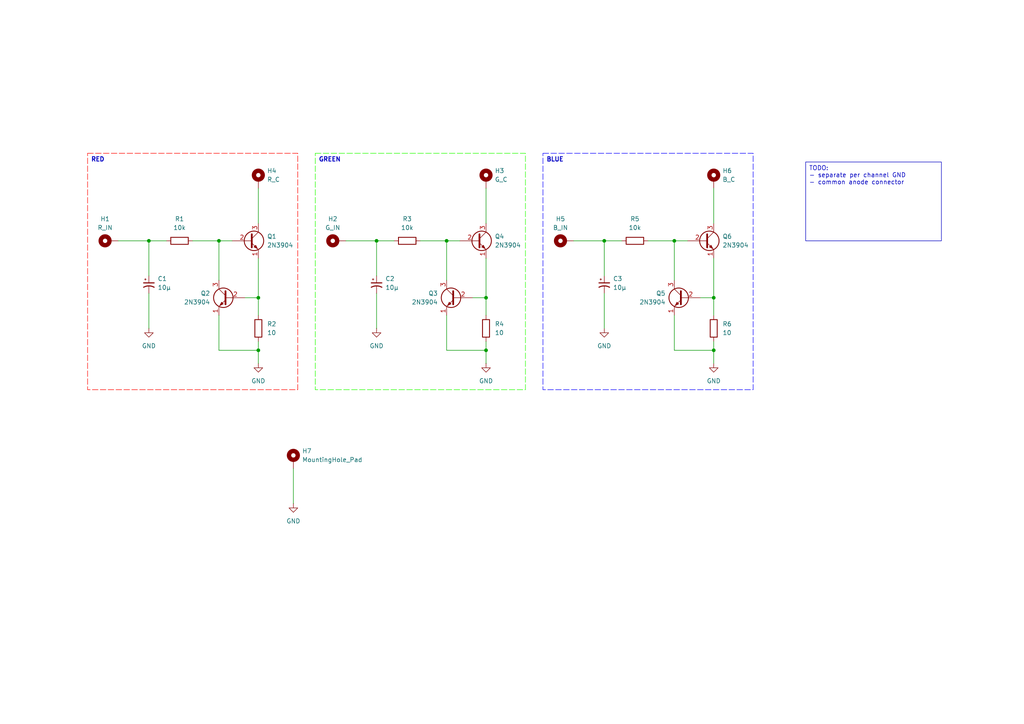
<source format=kicad_sch>
(kicad_sch (version 20231120) (generator "eeschema") (generator_version "8.0")
  (paper "A4")
  (lib_symbols
    (symbol "Device:C_Polarized_Small_US" (pin_numbers hide) (pin_names (offset 0.254) hide)
      (property "Reference" "C" (at 0.254 1.778 0))
      (property "Value" "C_Polarized_Small_US" (at 0.254 -2.032 0))
      (symbol "C_Polarized_Small_US_0_1"
        (polyline (pts (xy -1.524 0.508) (xy 1.524 0.508)) (stroke (width 0.3048)))
        (polyline (pts (xy -1.27 1.524) (xy -0.762 1.524)))
        (polyline (pts (xy -1.016 1.27) (xy -1.016 1.778)))
        (arc (start 1.524 -0.762) (mid 0 -0.3734) (end -1.524 -0.762) (stroke (width 0.3048)))
      )
      (symbol "C_Polarized_Small_US_1_1"
        (pin passive line (at 0 2.54 270) (length 2.032) (name "~") (number "1"))
        (pin passive line (at 0 -2.54 90) (length 2.032) (name "~") (number "2"))
      )
    )
    (symbol "Device:R" (pin_numbers hide) (pin_names (offset 0))
      (property "Reference" "R" (at 2.032 0 90))
      (property "Value" "R" (at 0 0 90))
      (symbol "R_0_1"
        (rectangle (start -1.016 -2.54) (end 1.016 2.54) (stroke (width 0.254)))
      )
      (symbol "R_1_1"
        (pin passive line (at 0 3.81 270) (length 1.27) (name "~") (number "1"))
        (pin passive line (at 0 -3.81 90) (length 1.27) (name "~") (number "2"))
      )
    )
    (symbol "Mechanical:MountingHole_Pad" (pin_numbers hide) (pin_names (offset 1.016) hide) (exclude_from_sim yes) (in_bom no)
      (property "Reference" "H" (at 0 6.35 0))
      (property "Value" "MountingHole_Pad" (at 0 4.445 0))
      (symbol "MountingHole_Pad_0_1"
        (circle (center 0 1.27) (radius 1.27) (stroke (width 1.27)))
      )
      (symbol "MountingHole_Pad_1_1"
        (pin input line (at 0 -2.54 90) (length 2.54) (name "1") (number "1"))
      )
    )
    (symbol "Transistor_BJT:2N3904" (pin_names (offset 0) hide)
      (property "Reference" "Q" (at 5.08 1.905 0))
      (property "Value" "2N3904" (at 5.08 0 0))
      (symbol "2N3904_0_1"
        (polyline (pts (xy 0.635 0.635) (xy 2.54 2.54)))
        (polyline (pts (xy 0.635 -0.635) (xy 2.54 -2.54) (xy 2.54 -2.54)))
        (polyline (pts (xy 0.635 1.905) (xy 0.635 -1.905) (xy 0.635 -1.905)) (stroke (width 0.508)))
        (polyline (pts (xy 1.27 -1.778) (xy 1.778 -1.27) (xy 2.286 -2.286) (xy 1.27 -1.778) (xy 1.27 -1.778)) (fill (type outline)))
        (circle (center 1.27 0) (radius 2.8194) (stroke (width 0.254)))
      )
      (symbol "2N3904_1_1"
        (pin passive line (at 2.54 -5.08 90) (length 2.54) (name "E") (number "1"))
        (pin passive line (at -5.08 0 0) (length 5.715) (name "B") (number "2"))
        (pin passive line (at 2.54 5.08 270) (length 2.54) (name "C") (number "3"))
      )
    )
    (symbol "power:GND" (power) (pin_numbers hide) (pin_names (offset 0) hide)
      (property "Value" "GND" (at 0 -3.81 0))
      (symbol "GND_0_1"
        (polyline (pts (xy 0 0) (xy 0 -1.27) (xy 1.27 -1.27) (xy 0 -2.54) (xy -1.27 -1.27) (xy 0 -1.27)))
      )
      (symbol "GND_1_1"
        (pin power_in line (at 0 0 270) (length 0) (name "~") (number "1"))
      )
    )
  )
  (junction (at 129.54 69.85))
  (junction (at 63.5 69.85))
  (junction (at 140.97 86.36))
  (junction (at 109.22 69.85))
  (junction (at 43.18 69.85))
  (junction (at 74.93 86.36))
  (junction (at 175.26 69.85))
  (junction (at 207.01 101.6))
  (junction (at 207.01 86.36))
  (junction (at 195.58 69.85))
  (junction (at 74.93 101.6))
  (junction (at 140.97 101.6))
  (wire (pts (xy 67.31 69.85) (xy 63.5 69.85)))
  (wire (pts (xy 100.33 69.85) (xy 109.22 69.85)))
  (wire (pts (xy 109.22 85.09) (xy 109.22 95.25)))
  (wire (pts (xy 133.35 69.85) (xy 129.54 69.85)))
  (wire (pts (xy 43.18 69.85) (xy 48.26 69.85)))
  (wire (pts (xy 63.5 69.85) (xy 63.5 81.28)))
  (wire (pts (xy 207.01 86.36) (xy 207.01 91.44)))
  (wire (pts (xy 207.01 54.61) (xy 207.01 64.77)))
  (wire (pts (xy 74.93 74.93) (xy 74.93 86.36)))
  (wire (pts (xy 43.18 69.85) (xy 43.18 80.01)))
  (wire (pts (xy 109.22 69.85) (xy 109.22 80.01)))
  (wire (pts (xy 34.29 69.85) (xy 43.18 69.85)))
  (wire (pts (xy 63.5 101.6) (xy 74.93 101.6)))
  (wire (pts (xy 175.26 85.09) (xy 175.26 95.25)))
  (wire (pts (xy 140.97 54.61) (xy 140.97 64.77)))
  (wire (pts (xy 203.2 86.36) (xy 207.01 86.36)))
  (wire (pts (xy 175.26 69.85) (xy 175.26 80.01)))
  (wire (pts (xy 74.93 86.36) (xy 74.93 91.44)))
  (wire (pts (xy 129.54 101.6) (xy 140.97 101.6)))
  (wire (pts (xy 140.97 86.36) (xy 140.97 91.44)))
  (wire (pts (xy 175.26 69.85) (xy 180.34 69.85)))
  (wire (pts (xy 129.54 69.85) (xy 129.54 81.28)))
  (wire (pts (xy 109.22 69.85) (xy 114.3 69.85)))
  (wire (pts (xy 55.88 69.85) (xy 63.5 69.85)))
  (wire (pts (xy 129.54 91.44) (xy 129.54 101.6)))
  (wire (pts (xy 140.97 101.6) (xy 140.97 105.41)))
  (wire (pts (xy 74.93 99.06) (xy 74.93 101.6)))
  (wire (pts (xy 207.01 74.93) (xy 207.01 86.36)))
  (wire (pts (xy 74.93 54.61) (xy 74.93 64.77)))
  (wire (pts (xy 195.58 69.85) (xy 195.58 81.28)))
  (wire (pts (xy 199.39 69.85) (xy 195.58 69.85)))
  (wire (pts (xy 140.97 99.06) (xy 140.97 101.6)))
  (wire (pts (xy 207.01 101.6) (xy 207.01 105.41)))
  (wire (pts (xy 140.97 74.93) (xy 140.97 86.36)))
  (wire (pts (xy 195.58 101.6) (xy 207.01 101.6)))
  (wire (pts (xy 63.5 91.44) (xy 63.5 101.6)))
  (wire (pts (xy 166.37 69.85) (xy 175.26 69.85)))
  (wire (pts (xy 71.12 86.36) (xy 74.93 86.36)))
  (wire (pts (xy 121.92 69.85) (xy 129.54 69.85)))
  (wire (pts (xy 43.18 85.09) (xy 43.18 95.25)))
  (wire (pts (xy 74.93 101.6) (xy 74.93 105.41)))
  (wire (pts (xy 207.01 99.06) (xy 207.01 101.6)))
  (wire (pts (xy 187.96 69.85) (xy 195.58 69.85)))
  (wire (pts (xy 85.09 135.89) (xy 85.09 146.05)))
  (wire (pts (xy 137.16 86.36) (xy 140.97 86.36)))
  (wire (pts (xy 195.58 91.44) (xy 195.58 101.6)))
  (text_box "TODO: \n- separate per channel GND\n- common anode connector\n" (at 233.68 46.99 0) (size 39.37 22.86) (effects (font (size 1.27 1.27)) (justify left top)))
  (text_box "GREEN" (at 91.44 44.45 0) (size 60.96 68.58) (stroke (width 0) (type dash) (color 35 255 0 1)) (effects (font (size 1.27 1.27) (bold yes)) (justify left top)))
  (text_box "BLUE" (at 157.48 44.45 0) (size 60.96 68.58) (stroke (width 0) (type dash) (color 8 0 255 1)) (effects (font (size 1.27 1.27) (bold yes)) (justify left top)))
  (text_box "RED" (at 25.4 44.45 0) (size 60.96 68.58) (stroke (width 0) (type dash) (color 255 6 0 1)) (effects (font (size 1.27 1.27) (bold yes)) (justify left top)))
  (symbol (lib_id "Mechanical:MountingHole_Pad") (at 140.97 52.07 0) (unit 1) (exclude_from_sim yes) (in_bom no)
    (property "Reference" "H3" (at 143.51 49.5299 0) (effects (justify left)))
    (property "Value" "G_C" (at 143.51 52.0699 0) (effects (justify left)))
    (property "Footprint" "MountingHole:MountingHole_2.7mm_Pad" (effects (hide yes)))
    (property "Description" "Mounting Hole with connection" (effects (hide yes)))
  )
  (symbol (lib_id "Mechanical:MountingHole_Pad") (at 31.75 69.85 90) (unit 1) (exclude_from_sim yes) (in_bom no)
    (property "Reference" "H1" (at 30.48 63.5 90))
    (property "Value" "R_IN" (at 30.48 66.04 90))
    (property "Footprint" "MountingHole:MountingHole_2.7mm_Pad" (effects (hide yes)))
    (property "Description" "Mounting Hole with connection" (effects (hide yes)))
  )
  (symbol (lib_id "Mechanical:MountingHole_Pad") (at 74.93 52.07 0) (unit 1) (exclude_from_sim yes) (in_bom no)
    (property "Reference" "H4" (at 77.47 49.5299 0) (effects (justify left)))
    (property "Value" "R_C" (at 77.47 52.0699 0) (effects (justify left)))
    (property "Footprint" "MountingHole:MountingHole_2.7mm_Pad" (effects (hide yes)))
    (property "Description" "Mounting Hole with connection" (effects (hide yes)))
  )
  (symbol (lib_id "Transistor_BJT:2N3904") (at 204.47 69.85 0) (unit 1)
    (property "Reference" "Q6" (at 209.55 68.5799 0) (effects (justify left)))
    (property "Value" "2N3904" (at 209.55 71.1199 0) (effects (justify left)))
    (property "Footprint" "Package_TO_SOT_THT:TO-92_Inline_Wide" (effects (hide yes)))
    (property "Datasheet" "https://www.onsemi.com/pub/Collateral/2N3903-D.PDF" (effects (hide yes)))
    (property "Description" "0.2A Ic, 40V Vce, Small Signal NPN Transistor, TO-92" (effects (hide yes)))
  )
  (symbol (lib_id "Device:R") (at 207.01 95.25 180) (unit 1)
    (property "Reference" "R6" (at 209.55 93.9799 0) (effects (justify right)))
    (property "Value" "10" (at 209.55 96.5199 0) (effects (justify right)))
    (property "Footprint" "Resistor_THT:R_Axial_DIN0204_L3.6mm_D1.6mm_P7.62mm_Horizontal" (effects (hide yes)))
    (property "Description" "Resistor" (effects (hide yes)))
  )
  (symbol (lib_id "Transistor_BJT:2N3904") (at 198.12 86.36 0) (mirror y) (unit 1)
    (property "Reference" "Q5" (at 193.04 85.0899 0) (effects (justify left)))
    (property "Value" "2N3904" (at 193.04 87.6299 0) (effects (justify left)))
    (property "Footprint" "Package_TO_SOT_THT:TO-92_Inline_Wide" (effects (hide yes)))
    (property "Datasheet" "https://www.onsemi.com/pub/Collateral/2N3903-D.PDF" (effects (hide yes)))
    (property "Description" "0.2A Ic, 40V Vce, Small Signal NPN Transistor, TO-92" (effects (hide yes)))
  )
  (symbol (lib_id "power:GND") (at 140.97 105.41 0) (unit 1)
    (property "Reference" "#PWR03" (effects (hide yes)))
    (property "Value" "GND" (at 140.97 110.49 0))
    (property "Description" "Power symbol creates a global label with name \"GND\" , ground" (effects (hide yes)))
  )
  (symbol (lib_id "Device:C_Polarized_Small_US") (at 175.26 82.55 0) (unit 1)
    (property "Reference" "C3" (at 177.8 80.8481 0) (effects (justify left)))
    (property "Value" "10µ" (at 177.8 83.3881 0) (effects (justify left)))
    (property "Footprint" "Capacitor_THT:CP_Radial_D5.0mm_P2.50mm" (effects (hide yes)))
    (property "Description" "Polarized capacitor, small US symbol" (effects (hide yes)))
  )
  (symbol (lib_id "power:GND") (at 207.01 105.41 0) (unit 1)
    (property "Reference" "#PWR06" (effects (hide yes)))
    (property "Value" "GND" (at 207.01 110.49 0))
    (property "Description" "Power symbol creates a global label with name \"GND\" , ground" (effects (hide yes)))
  )
  (symbol (lib_id "Mechanical:MountingHole_Pad") (at 97.79 69.85 90) (unit 1) (exclude_from_sim yes) (in_bom no)
    (property "Reference" "H2" (at 96.52 63.5 90))
    (property "Value" "G_IN" (at 96.52 66.04 90))
    (property "Footprint" "MountingHole:MountingHole_2.7mm_Pad" (effects (hide yes)))
    (property "Description" "Mounting Hole with connection" (effects (hide yes)))
  )
  (symbol (lib_id "Mechanical:MountingHole_Pad") (at 85.09 133.35 0) (unit 1) (exclude_from_sim yes) (in_bom no)
    (property "Reference" "H7" (at 87.63 130.8099 0) (effects (justify left)))
    (property "Value" "MountingHole_Pad" (at 87.63 133.3499 0) (effects (justify left)))
    (property "Footprint" "MountingHole:MountingHole_2.7mm_Pad" (effects (hide yes)))
    (property "Description" "Mounting Hole with connection" (effects (hide yes)))
  )
  (symbol (lib_id "power:GND") (at 109.22 95.25 0) (unit 1)
    (property "Reference" "#PWR02" (effects (hide yes)))
    (property "Value" "GND" (at 109.22 100.33 0))
    (property "Description" "Power symbol creates a global label with name \"GND\" , ground" (effects (hide yes)))
  )
  (symbol (lib_id "Device:C_Polarized_Small_US") (at 43.18 82.55 0) (unit 1)
    (property "Reference" "C1" (at 45.72 80.8481 0) (effects (justify left)))
    (property "Value" "10µ" (at 45.72 83.3881 0) (effects (justify left)))
    (property "Footprint" "Capacitor_THT:CP_Radial_D5.0mm_P2.50mm" (effects (hide yes)))
    (property "Description" "Polarized capacitor, small US symbol" (effects (hide yes)))
  )
  (symbol (lib_id "Device:R") (at 184.15 69.85 90) (unit 1)
    (property "Reference" "R5" (at 184.15 63.5 90))
    (property "Value" "10k" (at 184.15 66.04 90))
    (property "Footprint" "Resistor_THT:R_Axial_DIN0204_L3.6mm_D1.6mm_P7.62mm_Horizontal" (effects (hide yes)))
    (property "Description" "Resistor" (effects (hide yes)))
  )
  (symbol (lib_id "Device:R") (at 118.11 69.85 90) (unit 1)
    (property "Reference" "R3" (at 118.11 63.5 90))
    (property "Value" "10k" (at 118.11 66.04 90))
    (property "Footprint" "Resistor_THT:R_Axial_DIN0204_L3.6mm_D1.6mm_P7.62mm_Horizontal" (effects (hide yes)))
    (property "Description" "Resistor" (effects (hide yes)))
  )
  (symbol (lib_id "Device:R") (at 52.07 69.85 90) (unit 1)
    (property "Reference" "R1" (at 52.07 63.5 90))
    (property "Value" "10k" (at 52.07 66.04 90))
    (property "Footprint" "Resistor_THT:R_Axial_DIN0204_L3.6mm_D1.6mm_P7.62mm_Horizontal" (effects (hide yes)))
    (property "Description" "Resistor" (effects (hide yes)))
  )
  (symbol (lib_id "power:GND") (at 43.18 95.25 0) (unit 1)
    (property "Reference" "#PWR04" (effects (hide yes)))
    (property "Value" "GND" (at 43.18 100.33 0))
    (property "Description" "Power symbol creates a global label with name \"GND\" , ground" (effects (hide yes)))
  )
  (symbol (lib_id "power:GND") (at 175.26 95.25 0) (unit 1)
    (property "Reference" "#PWR05" (effects (hide yes)))
    (property "Value" "GND" (at 175.26 100.33 0))
    (property "Description" "Power symbol creates a global label with name \"GND\" , ground" (effects (hide yes)))
  )
  (symbol (lib_id "Transistor_BJT:2N3904") (at 132.08 86.36 0) (mirror y) (unit 1)
    (property "Reference" "Q3" (at 127 85.0899 0) (effects (justify left)))
    (property "Value" "2N3904" (at 127 87.6299 0) (effects (justify left)))
    (property "Footprint" "Package_TO_SOT_THT:TO-92_Inline_Wide" (effects (hide yes)))
    (property "Datasheet" "https://www.onsemi.com/pub/Collateral/2N3903-D.PDF" (effects (hide yes)))
    (property "Description" "0.2A Ic, 40V Vce, Small Signal NPN Transistor, TO-92" (effects (hide yes)))
  )
  (symbol (lib_id "Transistor_BJT:2N3904") (at 72.39 69.85 0) (unit 1)
    (property "Reference" "Q1" (at 77.47 68.5799 0) (effects (justify left)))
    (property "Value" "2N3904" (at 77.47 71.1199 0) (effects (justify left)))
    (property "Footprint" "Package_TO_SOT_THT:TO-92_Inline_Wide" (effects (hide yes)))
    (property "Datasheet" "https://www.onsemi.com/pub/Collateral/2N3903-D.PDF" (effects (hide yes)))
    (property "Description" "0.2A Ic, 40V Vce, Small Signal NPN Transistor, TO-92" (effects (hide yes)))
  )
  (symbol (lib_id "Device:R") (at 140.97 95.25 180) (unit 1)
    (property "Reference" "R4" (at 143.51 93.9799 0) (effects (justify right)))
    (property "Value" "10" (at 143.51 96.5199 0) (effects (justify right)))
    (property "Footprint" "Resistor_THT:R_Axial_DIN0204_L3.6mm_D1.6mm_P7.62mm_Horizontal" (effects (hide yes)))
    (property "Description" "Resistor" (effects (hide yes)))
  )
  (symbol (lib_id "Mechanical:MountingHole_Pad") (at 163.83 69.85 90) (unit 1) (exclude_from_sim yes) (in_bom no)
    (property "Reference" "H5" (at 162.56 63.5 90))
    (property "Value" "B_IN" (at 162.56 66.04 90))
    (property "Footprint" "MountingHole:MountingHole_2.7mm_Pad" (effects (hide yes)))
    (property "Description" "Mounting Hole with connection" (effects (hide yes)))
  )
  (symbol (lib_id "Device:C_Polarized_Small_US") (at 109.22 82.55 0) (unit 1)
    (property "Reference" "C2" (at 111.76 80.8481 0) (effects (justify left)))
    (property "Value" "10µ" (at 111.76 83.3881 0) (effects (justify left)))
    (property "Footprint" "Capacitor_THT:CP_Radial_D5.0mm_P2.50mm" (effects (hide yes)))
    (property "Description" "Polarized capacitor, small US symbol" (effects (hide yes)))
  )
  (symbol (lib_id "Device:R") (at 74.93 95.25 180) (unit 1)
    (property "Reference" "R2" (at 77.47 93.9799 0) (effects (justify right)))
    (property "Value" "10" (at 77.47 96.5199 0) (effects (justify right)))
    (property "Footprint" "Resistor_THT:R_Axial_DIN0204_L3.6mm_D1.6mm_P7.62mm_Horizontal" (effects (hide yes)))
    (property "Description" "Resistor" (effects (hide yes)))
  )
  (symbol (lib_id "Transistor_BJT:2N3904") (at 138.43 69.85 0) (unit 1)
    (property "Reference" "Q4" (at 143.51 68.5799 0) (effects (justify left)))
    (property "Value" "2N3904" (at 143.51 71.1199 0) (effects (justify left)))
    (property "Footprint" "Package_TO_SOT_THT:TO-92_Inline_Wide" (effects (hide yes)))
    (property "Datasheet" "https://www.onsemi.com/pub/Collateral/2N3903-D.PDF" (effects (hide yes)))
    (property "Description" "0.2A Ic, 40V Vce, Small Signal NPN Transistor, TO-92" (effects (hide yes)))
  )
  (symbol (lib_id "power:GND") (at 85.09 146.05 0) (unit 1)
    (property "Reference" "#PWR07" (effects (hide yes)))
    (property "Value" "GND" (at 85.09 151.13 0))
    (property "Description" "Power symbol creates a global label with name \"GND\" , ground" (effects (hide yes)))
  )
  (symbol (lib_id "Mechanical:MountingHole_Pad") (at 207.01 52.07 0) (unit 1) (exclude_from_sim yes) (in_bom no)
    (property "Reference" "H6" (at 209.55 49.5299 0) (effects (justify left)))
    (property "Value" "B_C" (at 209.55 52.0699 0) (effects (justify left)))
    (property "Footprint" "MountingHole:MountingHole_2.7mm_Pad" (effects (hide yes)))
    (property "Description" "Mounting Hole with connection" (effects (hide yes)))
  )
  (symbol (lib_id "power:GND") (at 74.93 105.41 0) (unit 1)
    (property "Reference" "#PWR01" (effects (hide yes)))
    (property "Value" "GND" (at 74.93 110.49 0))
    (property "Description" "Power symbol creates a global label with name \"GND\" , ground" (effects (hide yes)))
  )
  (symbol (lib_id "Transistor_BJT:2N3904") (at 66.04 86.36 0) (mirror y) (unit 1)
    (property "Reference" "Q2" (at 60.96 85.0899 0) (effects (justify left)))
    (property "Value" "2N3904" (at 60.96 87.6299 0) (effects (justify left)))
    (property "Footprint" "Package_TO_SOT_THT:TO-92_Inline_Wide" (effects (hide yes)))
    (property "Datasheet" "https://www.onsemi.com/pub/Collateral/2N3903-D.PDF" (effects (hide yes)))
    (property "Description" "0.2A Ic, 40V Vce, Small Signal NPN Transistor, TO-92" (effects (hide yes)))
  )
)
</source>
